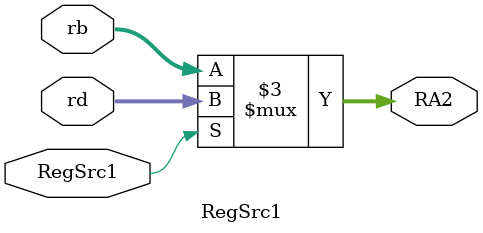
<source format=sv>
module RegSrc1(
  input wire [2:0] rd,        // Register deðeri
  input wire [2:0] rb,        // Register deðeri
  input wire RegSrc1,    // MUX seçim sinyali (1: ra, 0: rb)
  output reg [2:0] RA2   // MUX çýkýþý
);

  // 2x1 MUX
  always_comb begin
    if (RegSrc1)
      RA2 <= rd;
    else
      RA2 <= rb;
  end

endmodule
</source>
